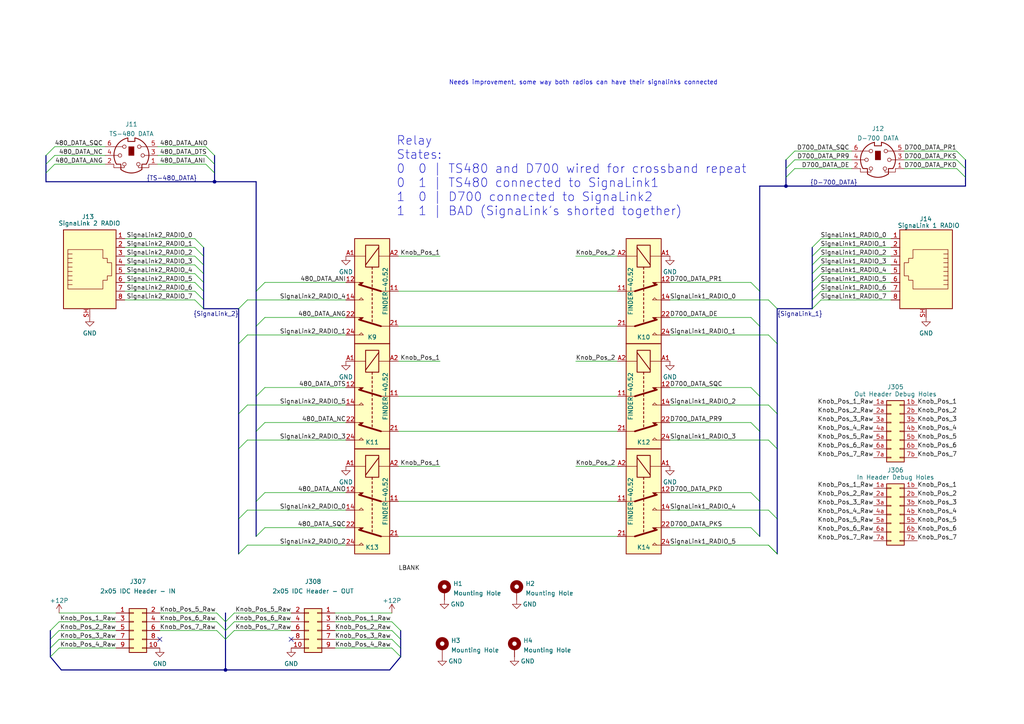
<source format=kicad_sch>
(kicad_sch (version 20211123) (generator eeschema)
  (paper "A4")
  (lib_symbols
    (symbol "Connector:Mini-DIN-6" (pin_names (offset 1.016))
      (property "Reference" "J" (at 0 6.35 0))
      (property "Value" "Mini-DIN-6" (at 0 -6.35 0))
      (symbol "Mini-DIN-6_0_1"
        (circle (center -3.302 0) (radius 0.508))
        (arc (start -3.048 -4.064) (mid 0 -5.08) (end 3.048 -4.064) (stroke (width 0.254)))
        (circle (center -2.032 -2.54) (radius 0.508))
        (circle (center -2.032 2.54) (radius 0.508))
        (arc (start -1.016 5.08) (mid -4.6243 2.1182) (end -4.318 -2.54) (stroke (width 0.254)))
        (rectangle (start -0.762 2.54) (end 0.762 0) (fill (type outline)))
        (polyline (pts (xy -3.81 0) (xy -5.08 0)))
        (polyline (pts (xy -2.54 2.54) (xy -5.08 2.54)))
        (polyline (pts (xy 2.794 2.54) (xy 5.08 2.54)))
        (polyline (pts (xy 5.08 0) (xy 3.81 0)))
        (polyline (pts (xy -4.318 -2.54) (xy -3.048 -2.54) (xy -3.048 -4.064)) (stroke (width 0.254)))
        (polyline (pts (xy 4.318 -2.54) (xy 3.048 -2.54) (xy 3.048 -4.064)) (stroke (width 0.254)))
        (polyline (pts (xy -2.032 -3.048) (xy -2.032 -3.556) (xy -5.08 -3.556) (xy -5.08 -2.54)))
        (polyline (pts (xy -1.016 5.08) (xy -1.016 4.064) (xy 1.016 4.064) (xy 1.016 5.08)) (stroke (width 0.254)))
        (polyline (pts (xy 2.032 -3.048) (xy 2.032 -3.556) (xy 5.08 -3.556) (xy 5.08 -2.54)))
        (circle (center 2.032 -2.54) (radius 0.508))
        (circle (center 2.286 2.54) (radius 0.508))
        (circle (center 3.302 0) (radius 0.508))
        (arc (start 4.318 -2.54) (mid 4.6646 2.1357) (end 1.016 5.08) (stroke (width 0.254)))
      )
      (symbol "Mini-DIN-6_1_1"
        (pin passive line (at 7.62 -2.54 180) (length 2.54) (name "~") (number "1"))
        (pin passive line (at -7.62 -2.54 0) (length 2.54) (name "~") (number "2"))
        (pin passive line (at 7.62 0 180) (length 2.54) (name "~") (number "3"))
        (pin passive line (at -7.62 0 0) (length 2.54) (name "~") (number "4"))
        (pin passive line (at 7.62 2.54 180) (length 2.54) (name "~") (number "5"))
        (pin passive line (at -7.62 2.54 0) (length 2.54) (name "~") (number "6"))
      )
    )
    (symbol "Connector:RJ32_Shielded" (pin_names (offset 1.016))
      (property "Reference" "J11" (at 1.27 14.605 0))
      (property "Value" "SignaLink 2 RADIO" (at 8.89 12.065 0))
      (symbol "RJ32_Shielded_0_1"
        (polyline (pts (xy -5.08 4.445) (xy -6.35 4.445)))
        (polyline (pts (xy -5.08 5.715) (xy -6.35 5.715)))
        (polyline (pts (xy -6.35 -3.175) (xy -5.08 -3.175) (xy -5.08 -3.175)))
        (polyline (pts (xy -6.35 -1.905) (xy -5.08 -1.905) (xy -5.08 -1.905)))
        (polyline (pts (xy -6.35 -0.635) (xy -5.08 -0.635) (xy -5.08 -0.635)))
        (polyline (pts (xy -6.35 0.635) (xy -5.08 0.635) (xy -5.08 0.635)))
        (polyline (pts (xy -6.35 1.905) (xy -5.08 1.905) (xy -5.08 1.905)))
        (polyline (pts (xy -5.08 3.175) (xy -6.35 3.175) (xy -6.35 3.175)))
        (polyline (pts (xy -6.35 -4.445) (xy -6.35 6.985) (xy 3.81 6.985) (xy 3.81 4.445) (xy 5.08 4.445) (xy 5.08 3.175) (xy 6.35 3.175) (xy 6.35 -0.635) (xy 5.08 -0.635) (xy 5.08 -1.905) (xy 3.81 -1.905) (xy 3.81 -4.445) (xy -6.35 -4.445) (xy -6.35 -4.445)))
        (rectangle (start 7.62 12.7) (end -7.62 -10.16) (stroke (width 0.254)) (fill (type background)))
      )
      (symbol "RJ32_Shielded_1_1"
        (pin passive line (at 10.16 -7.62 180) (length 2.54) (name "~") (number "1"))
        (pin passive line (at 10.16 -5.08 180) (length 2.54) (name "~") (number "2"))
        (pin passive line (at 10.16 -2.54 180) (length 2.54) (name "~") (number "3"))
        (pin passive line (at 10.16 0 180) (length 2.54) (name "~") (number "4"))
        (pin passive line (at 10.16 2.54 180) (length 2.54) (name "~") (number "5"))
        (pin passive line (at 10.16 5.08 180) (length 2.54) (name "~") (number "6"))
        (pin passive line (at 10.16 7.62 180) (length 2.54) (name "~") (number "7"))
        (pin passive line (at 10.16 10.16 180) (length 2.54) (name "~") (number "8"))
        (pin passive line (at 0 15.24 270) (length 2.54) (name "~") (number "SH"))
      )
    )
    (symbol "Connector_Generic:Conn_02x05_Odd_Even" (pin_names (offset 1.016) hide)
      (property "Reference" "J" (at 1.27 7.62 0))
      (property "Value" "Conn_02x05_Odd_Even" (at 1.27 -7.62 0))
      (symbol "Conn_02x05_Odd_Even_1_1"
        (rectangle (start -1.27 -4.953) (end 0 -5.207) (stroke (width 0.1524)))
        (rectangle (start -1.27 -2.413) (end 0 -2.667) (stroke (width 0.1524)))
        (rectangle (start -1.27 0.127) (end 0 -0.127) (stroke (width 0.1524)))
        (rectangle (start -1.27 2.667) (end 0 2.413) (stroke (width 0.1524)))
        (rectangle (start -1.27 5.207) (end 0 4.953) (stroke (width 0.1524)))
        (rectangle (start -1.27 6.35) (end 3.81 -6.35) (stroke (width 0.254)) (fill (type background)))
        (rectangle (start 3.81 -4.953) (end 2.54 -5.207) (stroke (width 0.1524)))
        (rectangle (start 3.81 -2.413) (end 2.54 -2.667) (stroke (width 0.1524)))
        (rectangle (start 3.81 0.127) (end 2.54 -0.127) (stroke (width 0.1524)))
        (rectangle (start 3.81 2.667) (end 2.54 2.413) (stroke (width 0.1524)))
        (rectangle (start 3.81 5.207) (end 2.54 4.953) (stroke (width 0.1524)))
        (pin passive line (at -5.08 5.08 0) (length 3.81) (name "Pin_1") (number "1"))
        (pin passive line (at 7.62 -5.08 180) (length 3.81) (name "Pin_10") (number "10"))
        (pin passive line (at 7.62 5.08 180) (length 3.81) (name "Pin_2") (number "2"))
        (pin passive line (at -5.08 2.54 0) (length 3.81) (name "Pin_3") (number "3"))
        (pin passive line (at 7.62 2.54 180) (length 3.81) (name "Pin_4") (number "4"))
        (pin passive line (at -5.08 0 0) (length 3.81) (name "Pin_5") (number "5"))
        (pin passive line (at 7.62 0 180) (length 3.81) (name "Pin_6") (number "6"))
        (pin passive line (at -5.08 -2.54 0) (length 3.81) (name "Pin_7") (number "7"))
        (pin passive line (at 7.62 -2.54 180) (length 3.81) (name "Pin_8") (number "8"))
        (pin passive line (at -5.08 -5.08 0) (length 3.81) (name "Pin_9") (number "9"))
      )
    )
    (symbol "Connector_Generic:Conn_02x07_Row_Letter_Last" (pin_names (offset 1.016) hide)
      (property "Reference" "J" (at 1.27 10.16 0))
      (property "Value" "Conn_02x07_Row_Letter_Last" (at 1.27 -10.16 0))
      (symbol "Conn_02x07_Row_Letter_Last_1_1"
        (rectangle (start -1.27 -7.493) (end 0 -7.747) (stroke (width 0.1524)))
        (rectangle (start -1.27 -4.953) (end 0 -5.207) (stroke (width 0.1524)))
        (rectangle (start -1.27 -2.413) (end 0 -2.667) (stroke (width 0.1524)))
        (rectangle (start -1.27 0.127) (end 0 -0.127) (stroke (width 0.1524)))
        (rectangle (start -1.27 2.667) (end 0 2.413) (stroke (width 0.1524)))
        (rectangle (start -1.27 5.207) (end 0 4.953) (stroke (width 0.1524)))
        (rectangle (start -1.27 7.747) (end 0 7.493) (stroke (width 0.1524)))
        (rectangle (start -1.27 8.89) (end 3.81 -8.89) (stroke (width 0.254)) (fill (type background)))
        (rectangle (start 3.81 -7.493) (end 2.54 -7.747) (stroke (width 0.1524)))
        (rectangle (start 3.81 -4.953) (end 2.54 -5.207) (stroke (width 0.1524)))
        (rectangle (start 3.81 -2.413) (end 2.54 -2.667) (stroke (width 0.1524)))
        (rectangle (start 3.81 0.127) (end 2.54 -0.127) (stroke (width 0.1524)))
        (rectangle (start 3.81 2.667) (end 2.54 2.413) (stroke (width 0.1524)))
        (rectangle (start 3.81 5.207) (end 2.54 4.953) (stroke (width 0.1524)))
        (rectangle (start 3.81 7.747) (end 2.54 7.493) (stroke (width 0.1524)))
        (pin passive line (at -5.08 7.62 0) (length 3.81) (name "Pin_1a") (number "1a"))
        (pin passive line (at 7.62 7.62 180) (length 3.81) (name "Pin_1b") (number "1b"))
        (pin passive line (at -5.08 5.08 0) (length 3.81) (name "Pin_2a") (number "2a"))
        (pin passive line (at 7.62 5.08 180) (length 3.81) (name "Pin_2b") (number "2b"))
        (pin passive line (at -5.08 2.54 0) (length 3.81) (name "Pin_3a") (number "3a"))
        (pin passive line (at 7.62 2.54 180) (length 3.81) (name "Pin_3b") (number "3b"))
        (pin passive line (at -5.08 0 0) (length 3.81) (name "Pin_4a") (number "4a"))
        (pin passive line (at 7.62 0 180) (length 3.81) (name "Pin_4b") (number "4b"))
        (pin passive line (at -5.08 -2.54 0) (length 3.81) (name "Pin_5a") (number "5a"))
        (pin passive line (at 7.62 -2.54 180) (length 3.81) (name "Pin_5b") (number "5b"))
        (pin passive line (at -5.08 -5.08 0) (length 3.81) (name "Pin_6a") (number "6a"))
        (pin passive line (at 7.62 -5.08 180) (length 3.81) (name "Pin_6b") (number "6b"))
        (pin passive line (at -5.08 -7.62 0) (length 3.81) (name "Pin_7a") (number "7a"))
        (pin passive line (at 7.62 -7.62 180) (length 3.81) (name "Pin_7b") (number "7b"))
      )
    )
    (symbol "Mechanical:MountingHole_Pad" (pin_numbers hide) (pin_names (offset 1.016) hide)
      (property "Reference" "H" (at 0 6.35 0))
      (property "Value" "MountingHole_Pad" (at 0 4.445 0))
      (symbol "MountingHole_Pad_0_1"
        (circle (center 0 1.27) (radius 1.27) (stroke (width 1.27)))
      )
      (symbol "MountingHole_Pad_1_1"
        (pin input line (at 0 -2.54 90) (length 2.54) (name "1") (number "1"))
      )
    )
    (symbol "RJ32_Shielded_1" (pin_names (offset 1.016))
      (property "Reference" "J12" (at -1.27 14.605 0))
      (property "Value" "RJ32_Shielded_1" (at -8.89 12.065 0))
      (symbol "RJ32_Shielded_1_0_1"
        (polyline (pts (xy -5.08 4.445) (xy -6.35 4.445)))
        (polyline (pts (xy -5.08 5.715) (xy -6.35 5.715)))
        (polyline (pts (xy -6.35 -3.175) (xy -5.08 -3.175) (xy -5.08 -3.175)))
        (polyline (pts (xy -6.35 -1.905) (xy -5.08 -1.905) (xy -5.08 -1.905)))
        (polyline (pts (xy -6.35 -0.635) (xy -5.08 -0.635) (xy -5.08 -0.635)))
        (polyline (pts (xy -6.35 0.635) (xy -5.08 0.635) (xy -5.08 0.635)))
        (polyline (pts (xy -6.35 1.905) (xy -5.08 1.905) (xy -5.08 1.905)))
        (polyline (pts (xy -5.08 3.175) (xy -6.35 3.175) (xy -6.35 3.175)))
        (polyline (pts (xy -6.35 -4.445) (xy -6.35 6.985) (xy 3.81 6.985) (xy 3.81 4.445) (xy 5.08 4.445) (xy 5.08 3.175) (xy 6.35 3.175) (xy 6.35 -0.635) (xy 5.08 -0.635) (xy 5.08 -1.905) (xy 3.81 -1.905) (xy 3.81 -4.445) (xy -6.35 -4.445) (xy -6.35 -4.445)))
        (rectangle (start 7.62 12.7) (end -7.62 -10.16) (stroke (width 0.254)) (fill (type background)))
      )
      (symbol "RJ32_Shielded_1_1_1"
        (pin passive line (at 10.16 -7.62 180) (length 2.54) (name "~") (number "1"))
        (pin passive line (at 10.16 -5.08 180) (length 2.54) (name "~") (number "2"))
        (pin passive line (at 10.16 -2.54 180) (length 2.54) (name "~") (number "3"))
        (pin passive line (at 10.16 0 180) (length 2.54) (name "~") (number "4"))
        (pin passive line (at 10.16 2.54 180) (length 2.54) (name "~") (number "5"))
        (pin passive line (at 10.16 5.08 180) (length 2.54) (name "~") (number "6"))
        (pin passive line (at 10.16 7.62 180) (length 2.54) (name "~") (number "7"))
        (pin passive line (at 10.16 10.16 180) (length 2.54) (name "~") (number "8"))
        (pin passive line (at 0 15.24 270) (length 2.54) (name "~") (number "SH"))
      )
    )
    (symbol "Relay:FINDER-40.52"
      (property "Reference" "K" (at 16.51 3.81 0))
      (property "Value" "FINDER-40.52" (at 16.51 1.27 0))
      (symbol "FINDER-40.52_0_1"
        (rectangle (start -15.24 5.08) (end 15.24 -5.08) (stroke (width 0.254)) (fill (type background)))
        (rectangle (start -13.335 1.905) (end -6.985 -1.905) (stroke (width 0.254)))
        (polyline (pts (xy -12.7 -1.905) (xy -7.62 1.905)) (stroke (width 0.254)))
        (polyline (pts (xy -10.16 -5.08) (xy -10.16 -1.905)))
        (polyline (pts (xy -10.16 5.08) (xy -10.16 1.905)))
        (polyline (pts (xy -6.985 0) (xy -6.35 0)) (stroke (width 0.254)))
        (polyline (pts (xy -5.715 0) (xy -5.08 0)) (stroke (width 0.254)))
        (polyline (pts (xy -4.445 0) (xy -3.81 0)) (stroke (width 0.254)))
        (polyline (pts (xy -3.175 0) (xy -2.54 0)) (stroke (width 0.254)))
        (polyline (pts (xy -1.905 0) (xy -1.27 0)) (stroke (width 0.254)))
        (polyline (pts (xy -0.635 0) (xy 0 0)) (stroke (width 0.254)))
        (polyline (pts (xy 0 -2.54) (xy -1.905 3.81)) (stroke (width 0.508)))
        (polyline (pts (xy 0 -2.54) (xy 0 -5.08)))
        (polyline (pts (xy 0.635 0) (xy 1.27 0)) (stroke (width 0.254)))
        (polyline (pts (xy 1.905 0) (xy 2.54 0)) (stroke (width 0.254)))
        (polyline (pts (xy 3.175 0) (xy 3.81 0)) (stroke (width 0.254)))
        (polyline (pts (xy 4.445 0) (xy 5.08 0)) (stroke (width 0.254)))
        (polyline (pts (xy 5.715 0) (xy 6.35 0)) (stroke (width 0.254)))
        (polyline (pts (xy 6.985 0) (xy 7.62 0)) (stroke (width 0.254)))
        (polyline (pts (xy 8.255 0) (xy 8.89 0)) (stroke (width 0.254)))
        (polyline (pts (xy 10.16 -2.54) (xy 8.255 3.81)) (stroke (width 0.508)))
        (polyline (pts (xy 10.16 -2.54) (xy 10.16 -5.08)))
        (polyline (pts (xy -2.54 5.08) (xy -2.54 2.54) (xy -1.905 3.175) (xy -2.54 3.81)) (fill (type outline)))
        (polyline (pts (xy 2.54 5.08) (xy 2.54 2.54) (xy 1.905 3.175) (xy 2.54 3.81)))
        (polyline (pts (xy 7.62 5.08) (xy 7.62 2.54) (xy 8.255 3.175) (xy 7.62 3.81)) (fill (type outline)))
        (polyline (pts (xy 12.7 5.08) (xy 12.7 2.54) (xy 12.065 3.175) (xy 12.7 3.81)))
      )
      (symbol "FINDER-40.52_1_1"
        (pin passive line (at 0 -7.62 90) (length 2.54) (name "~") (number "11"))
        (pin passive line (at -2.54 7.62 270) (length 2.54) (name "~") (number "12"))
        (pin passive line (at 2.54 7.62 270) (length 2.54) (name "~") (number "14"))
        (pin passive line (at 10.16 -7.62 90) (length 2.54) (name "~") (number "21"))
        (pin passive line (at 7.62 7.62 270) (length 2.54) (name "~") (number "22"))
        (pin passive line (at 12.7 7.62 270) (length 2.54) (name "~") (number "24"))
        (pin passive line (at -10.16 7.62 270) (length 2.54) (name "~") (number "A1"))
        (pin passive line (at -10.16 -7.62 90) (length 2.54) (name "~") (number "A2"))
      )
    )
    (symbol "power:+12P" (power) (pin_names (offset 0))
      (property "Value" "+12P" (at 0 3.556 0))
      (symbol "+12P_0_1"
        (polyline (pts (xy -0.762 1.27) (xy 0 2.54)))
        (polyline (pts (xy 0 0) (xy 0 2.54)))
        (polyline (pts (xy 0 2.54) (xy 0.762 1.27)))
      )
      (symbol "+12P_1_1"
        (pin power_in line (at 0 0 90) (length 0) hide (name "+12P") (number "1"))
      )
    )
    (symbol "power:GND" (power) (pin_names (offset 0))
      (property "Value" "GND" (at 0 -3.81 0))
      (symbol "GND_0_1"
        (polyline (pts (xy 0 0) (xy 0 -1.27) (xy 1.27 -1.27) (xy 0 -2.54) (xy -1.27 -1.27) (xy 0 -1.27)))
      )
      (symbol "GND_1_1"
        (pin power_in line (at 0 0 270) (length 0) hide (name "GND") (number "1"))
      )
    )
  )
  (bus_alias "D-700_DATA" (members "DATA_PKD" "DATA_DE" "DATA_PKS" "DATA_PR9" "DATA_PR1" "DATA_SQC"))
  (bus_alias "SignaLink_2" (members "RADIO_0" "RADIO_1" "RADIO_2" "RADIO_3" "RADIO_4" "RADIO_5" "RADIO_6" "RADIO_7"))
  (bus_alias "TS-480_DATA" (members "DATA_PKD" "DATA_DE" "DATA_PKS" "DATA_PR9" "DATA_PR1" "DATA_SQC"))
  (bus_alias "SignaLink_1" (members "RADIO_0" "RADIO_1" "RADIO_2" "RADIO_3" "RADIO_4" "RADIO_5" "RADIO_6" "RADIO_7"))
  (junction (at 65.405 194.31))
  (junction (at 227.965 53.975))
  (junction (at 62.23 52.705))
  (no_connect (at 46.355 185.42))
  (no_connect (at 84.455 185.42))
  (bus_entry (at 59.69 45.085) (size 2.54 2.54))
  (bus_entry (at 238.125 76.835) (size -2.54 2.54))
  (bus_entry (at 238.125 84.455) (size -2.54 2.54))
  (bus_entry (at 225.425 160.655) (size -2.54 -2.54))
  (bus_entry (at 74.295 84.455) (size 2.54 -2.54))
  (bus_entry (at 277.495 48.895) (size 2.54 2.54))
  (bus_entry (at 230.505 48.895) (size -2.54 2.54))
  (bus_entry (at 220.345 155.575) (size -2.54 -2.54))
  (bus_entry (at 59.69 47.625) (size 2.54 2.54))
  (bus_entry (at 69.215 89.535) (size 2.54 -2.54))
  (bus_entry (at 17.145 180.34) (size -2.54 2.54))
  (bus_entry (at 225.425 160.655) (size -2.54 -2.54))
  (bus_entry (at 220.345 145.415) (size -2.54 -2.54))
  (bus_entry (at 230.505 43.815) (size -2.54 2.54))
  (bus_entry (at 56.515 79.375) (size 2.54 2.54))
  (bus_entry (at 17.145 182.88) (size -2.54 2.54))
  (bus_entry (at 69.215 120.015) (size 2.54 -2.54))
  (bus_entry (at 113.665 185.42) (size 2.54 2.54))
  (bus_entry (at 277.495 43.815) (size 2.54 2.54))
  (bus_entry (at 220.345 84.455) (size -2.54 -2.54))
  (bus_entry (at 230.505 46.355) (size -2.54 2.54))
  (bus_entry (at 238.125 81.915) (size -2.54 2.54))
  (bus_entry (at 74.295 155.575) (size 2.54 -2.54))
  (bus_entry (at 62.865 180.34) (size 2.54 2.54))
  (bus_entry (at 225.425 150.495) (size -2.54 -2.54))
  (bus_entry (at 277.495 46.355) (size 2.54 2.54))
  (bus_entry (at 225.425 120.015) (size -2.54 -2.54))
  (bus_entry (at 17.145 185.42) (size -2.54 2.54))
  (bus_entry (at 15.875 47.625) (size -2.54 2.54))
  (bus_entry (at 69.215 99.695) (size 2.54 -2.54))
  (bus_entry (at 67.945 182.88) (size -2.54 2.54))
  (bus_entry (at 56.515 71.755) (size 2.54 2.54))
  (bus_entry (at 225.425 89.535) (size -2.54 -2.54))
  (bus_entry (at 59.69 42.545) (size 2.54 2.54))
  (bus_entry (at 113.665 180.34) (size 2.54 2.54))
  (bus_entry (at 62.865 182.88) (size 2.54 2.54))
  (bus_entry (at 56.515 84.455) (size 2.54 2.54))
  (bus_entry (at 69.215 150.495) (size 2.54 -2.54))
  (bus_entry (at 56.515 86.995) (size 2.54 2.54))
  (bus_entry (at 225.425 99.695) (size -2.54 -2.54))
  (bus_entry (at 225.425 130.175) (size -2.54 -2.54))
  (bus_entry (at 74.295 125.095) (size 2.54 -2.54))
  (bus_entry (at 15.875 45.085) (size -2.54 2.54))
  (bus_entry (at 67.945 177.8) (size -2.54 2.54))
  (bus_entry (at 238.125 71.755) (size -2.54 2.54))
  (bus_entry (at 220.345 125.095) (size -2.54 -2.54))
  (bus_entry (at 74.295 114.935) (size 2.54 -2.54))
  (bus_entry (at 74.295 94.615) (size 2.54 -2.54))
  (bus_entry (at 220.345 114.935) (size -2.54 -2.54))
  (bus_entry (at 69.215 130.175) (size 2.54 -2.54))
  (bus_entry (at 238.125 69.215) (size -2.54 2.54))
  (bus_entry (at 62.865 177.8) (size 2.54 2.54))
  (bus_entry (at 56.515 69.215) (size 2.54 2.54))
  (bus_entry (at 238.125 86.995) (size -2.54 2.54))
  (bus_entry (at 67.945 180.34) (size -2.54 2.54))
  (bus_entry (at 15.875 42.545) (size -2.54 2.54))
  (bus_entry (at 69.215 160.655) (size 2.54 -2.54))
  (bus_entry (at 220.345 94.615) (size -2.54 -2.54))
  (bus_entry (at 56.515 74.295) (size 2.54 2.54))
  (bus_entry (at 56.515 76.835) (size 2.54 2.54))
  (bus_entry (at 113.665 182.88) (size 2.54 2.54))
  (bus_entry (at 74.295 145.415) (size 2.54 -2.54))
  (bus_entry (at 238.125 79.375) (size -2.54 2.54))
  (bus_entry (at 238.125 74.295) (size -2.54 2.54))
  (bus_entry (at 113.665 187.96) (size 2.54 2.54))
  (bus_entry (at 56.515 81.915) (size 2.54 2.54))
  (bus_entry (at 17.145 187.96) (size -2.54 2.54))
  (wire (pts (xy 62.865 180.34) (xy 46.355 180.34)))
  (bus (pts (xy 13.335 52.705) (xy 62.23 52.705)))
  (wire (pts (xy 17.145 182.88) (xy 33.655 182.88)))
  (wire (pts (xy 179.07 135.255) (xy 167.005 135.255)))
  (bus (pts (xy 220.345 53.975) (xy 227.965 53.975)))
  (wire (pts (xy 36.195 71.755) (xy 56.515 71.755)))
  (wire (pts (xy 115.57 74.295) (xy 127.635 74.295)))
  (bus (pts (xy 225.425 89.535) (xy 225.425 99.695)))
  (bus (pts (xy 220.345 53.975) (xy 220.345 84.455)))
  (bus (pts (xy 227.965 51.435) (xy 227.965 53.975)))
  (bus (pts (xy 280.035 53.975) (xy 280.035 51.435)))
  (bus (pts (xy 62.23 52.705) (xy 74.295 52.705)))
  (wire (pts (xy 115.57 114.935) (xy 179.07 114.935)))
  (wire (pts (xy 115.57 135.255) (xy 127.635 135.255)))
  (bus (pts (xy 235.585 76.835) (xy 235.585 79.375)))
  (wire (pts (xy 45.72 42.545) (xy 59.69 42.545)))
  (wire (pts (xy 115.57 104.775) (xy 127.635 104.775)))
  (bus (pts (xy 116.205 185.42) (xy 116.205 182.88)))
  (bus (pts (xy 69.215 160.655) (xy 69.215 150.495)))
  (wire (pts (xy 113.665 177.8) (xy 97.155 177.8)))
  (bus (pts (xy 59.055 84.455) (xy 59.055 86.995)))
  (bus (pts (xy 113.03 194.31) (xy 65.405 194.31)))
  (bus (pts (xy 65.405 182.88) (xy 65.405 180.34)))
  (wire (pts (xy 262.255 46.355) (xy 277.495 46.355)))
  (wire (pts (xy 76.835 81.915) (xy 100.33 81.915)))
  (wire (pts (xy 194.31 97.155) (xy 222.885 97.155)))
  (wire (pts (xy 17.145 180.34) (xy 33.655 180.34)))
  (bus (pts (xy 74.295 125.095) (xy 74.295 145.415)))
  (wire (pts (xy 179.07 74.295) (xy 167.005 74.295)))
  (wire (pts (xy 76.835 112.395) (xy 100.33 112.395)))
  (bus (pts (xy 65.405 180.34) (xy 65.405 177.8)))
  (wire (pts (xy 194.31 122.555) (xy 217.805 122.555)))
  (bus (pts (xy 280.035 48.895) (xy 280.035 51.435)))
  (wire (pts (xy 238.125 79.375) (xy 258.445 79.375)))
  (bus (pts (xy 59.055 74.295) (xy 59.055 76.835)))
  (bus (pts (xy 65.405 185.42) (xy 65.405 182.88)))
  (bus (pts (xy 227.965 48.895) (xy 227.965 51.435)))
  (wire (pts (xy 115.57 84.455) (xy 179.07 84.455)))
  (bus (pts (xy 225.425 89.535) (xy 235.585 89.535)))
  (bus (pts (xy 113.03 194.31) (xy 116.205 190.5)))
  (wire (pts (xy 194.31 117.475) (xy 222.885 117.475)))
  (bus (pts (xy 235.585 84.455) (xy 235.585 86.995)))
  (wire (pts (xy 76.835 153.035) (xy 100.33 153.035)))
  (wire (pts (xy 36.195 76.835) (xy 56.515 76.835)))
  (wire (pts (xy 17.145 187.96) (xy 33.655 187.96)))
  (wire (pts (xy 194.31 92.075) (xy 217.805 92.075)))
  (bus (pts (xy 220.345 125.095) (xy 220.345 114.935)))
  (wire (pts (xy 238.125 86.995) (xy 258.445 86.995)))
  (wire (pts (xy 71.755 97.155) (xy 100.33 97.155)))
  (wire (pts (xy 62.865 182.88) (xy 46.355 182.88)))
  (bus (pts (xy 17.78 194.31) (xy 14.605 190.5)))
  (wire (pts (xy 262.255 48.895) (xy 277.495 48.895)))
  (bus (pts (xy 14.605 187.96) (xy 14.605 185.42)))
  (bus (pts (xy 235.585 86.995) (xy 235.585 89.535)))
  (wire (pts (xy 194.31 127.635) (xy 222.885 127.635)))
  (wire (pts (xy 45.72 47.625) (xy 59.69 47.625)))
  (wire (pts (xy 115.57 145.415) (xy 179.07 145.415)))
  (wire (pts (xy 17.145 177.8) (xy 33.655 177.8)))
  (bus (pts (xy 220.345 155.575) (xy 220.345 145.415)))
  (bus (pts (xy 225.425 130.175) (xy 225.425 120.015)))
  (wire (pts (xy 45.72 45.085) (xy 59.69 45.085)))
  (bus (pts (xy 62.23 45.085) (xy 62.23 47.625)))
  (wire (pts (xy 230.505 48.895) (xy 247.015 48.895)))
  (wire (pts (xy 238.125 84.455) (xy 258.445 84.455)))
  (bus (pts (xy 59.055 81.915) (xy 59.055 84.455)))
  (bus (pts (xy 227.965 46.355) (xy 227.965 48.895)))
  (wire (pts (xy 67.945 177.8) (xy 84.455 177.8)))
  (wire (pts (xy 71.755 127.635) (xy 100.33 127.635)))
  (bus (pts (xy 220.345 94.615) (xy 220.345 84.455)))
  (wire (pts (xy 194.31 142.875) (xy 217.805 142.875)))
  (bus (pts (xy 227.965 53.975) (xy 280.035 53.975)))
  (bus (pts (xy 69.215 130.175) (xy 69.215 120.015)))
  (bus (pts (xy 235.585 74.295) (xy 235.585 76.835)))
  (bus (pts (xy 69.215 89.535) (xy 69.215 99.695)))
  (wire (pts (xy 15.875 42.545) (xy 30.48 42.545)))
  (bus (pts (xy 74.295 125.095) (xy 74.295 114.935)))
  (wire (pts (xy 113.665 185.42) (xy 97.155 185.42)))
  (wire (pts (xy 230.505 43.815) (xy 247.015 43.815)))
  (wire (pts (xy 76.835 142.875) (xy 100.33 142.875)))
  (wire (pts (xy 71.755 86.995) (xy 100.33 86.995)))
  (wire (pts (xy 113.665 180.34) (xy 97.155 180.34)))
  (bus (pts (xy 220.345 125.095) (xy 220.345 145.415)))
  (wire (pts (xy 238.125 74.295) (xy 258.445 74.295)))
  (bus (pts (xy 116.205 190.5) (xy 116.205 187.96)))
  (wire (pts (xy 15.875 47.625) (xy 30.48 47.625)))
  (wire (pts (xy 194.31 81.915) (xy 217.805 81.915)))
  (wire (pts (xy 36.195 69.215) (xy 56.515 69.215)))
  (bus (pts (xy 13.335 47.625) (xy 13.335 50.165)))
  (bus (pts (xy 235.585 79.375) (xy 235.585 81.915)))
  (bus (pts (xy 14.605 185.42) (xy 14.605 182.88)))
  (wire (pts (xy 194.31 86.995) (xy 222.885 86.995)))
  (wire (pts (xy 238.125 69.215) (xy 258.445 69.215)))
  (wire (pts (xy 230.505 46.355) (xy 247.015 46.355)))
  (wire (pts (xy 179.07 104.775) (xy 167.005 104.775)))
  (bus (pts (xy 62.23 50.165) (xy 62.23 52.705)))
  (bus (pts (xy 59.055 89.535) (xy 69.215 89.535)))
  (wire (pts (xy 115.57 125.095) (xy 179.07 125.095)))
  (bus (pts (xy 13.335 50.165) (xy 13.335 52.705)))
  (wire (pts (xy 238.125 81.915) (xy 258.445 81.915)))
  (bus (pts (xy 14.605 190.5) (xy 14.605 187.96)))
  (bus (pts (xy 235.585 81.915) (xy 235.585 84.455)))
  (bus (pts (xy 225.425 99.695) (xy 225.425 120.015)))
  (wire (pts (xy 36.195 74.295) (xy 56.515 74.295)))
  (wire (pts (xy 67.945 180.34) (xy 84.455 180.34)))
  (bus (pts (xy 235.585 71.755) (xy 235.585 74.295)))
  (wire (pts (xy 76.835 122.555) (xy 100.33 122.555)))
  (bus (pts (xy 225.425 130.175) (xy 225.425 150.495)))
  (wire (pts (xy 15.875 45.085) (xy 30.48 45.085)))
  (bus (pts (xy 17.78 194.31) (xy 65.405 194.31)))
  (wire (pts (xy 36.195 81.915) (xy 56.515 81.915)))
  (bus (pts (xy 59.055 86.995) (xy 59.055 89.535)))
  (wire (pts (xy 36.195 84.455) (xy 56.515 84.455)))
  (wire (pts (xy 115.57 94.615) (xy 179.07 94.615)))
  (wire (pts (xy 194.31 112.395) (xy 217.805 112.395)))
  (wire (pts (xy 71.755 147.955) (xy 100.33 147.955)))
  (bus (pts (xy 225.425 160.655) (xy 225.425 150.495)))
  (bus (pts (xy 69.215 130.175) (xy 69.215 150.495)))
  (bus (pts (xy 62.23 47.625) (xy 62.23 50.165)))
  (bus (pts (xy 74.295 94.615) (xy 74.295 114.935)))
  (bus (pts (xy 59.055 79.375) (xy 59.055 81.915)))
  (wire (pts (xy 71.755 158.115) (xy 100.33 158.115)))
  (bus (pts (xy 13.335 45.085) (xy 13.335 47.625)))
  (bus (pts (xy 116.205 187.96) (xy 116.205 185.42)))
  (bus (pts (xy 74.295 145.415) (xy 74.295 155.575)))
  (wire (pts (xy 113.665 187.96) (xy 97.155 187.96)))
  (wire (pts (xy 62.865 177.8) (xy 46.355 177.8)))
  (bus (pts (xy 280.035 46.355) (xy 280.035 48.895)))
  (wire (pts (xy 194.31 147.955) (xy 222.885 147.955)))
  (wire (pts (xy 36.195 79.375) (xy 56.515 79.375)))
  (bus (pts (xy 74.295 52.705) (xy 74.295 84.455)))
  (wire (pts (xy 238.125 71.755) (xy 258.445 71.755)))
  (bus (pts (xy 59.055 71.755) (xy 59.055 74.295)))
  (bus (pts (xy 220.345 94.615) (xy 220.345 114.935)))
  (bus (pts (xy 69.215 99.695) (xy 69.215 120.015)))
  (wire (pts (xy 71.755 117.475) (xy 100.33 117.475)))
  (wire (pts (xy 36.195 86.995) (xy 56.515 86.995)))
  (wire (pts (xy 67.945 182.88) (xy 84.455 182.88)))
  (wire (pts (xy 76.835 92.075) (xy 100.33 92.075)))
  (wire (pts (xy 17.145 185.42) (xy 33.655 185.42)))
  (wire (pts (xy 194.31 153.035) (xy 217.805 153.035)))
  (wire (pts (xy 115.57 155.575) (xy 179.07 155.575)))
  (wire (pts (xy 194.31 158.115) (xy 222.885 158.115)))
  (bus (pts (xy 65.405 185.42) (xy 65.405 194.31)))
  (wire (pts (xy 113.665 182.88) (xy 97.155 182.88)))
  (wire (pts (xy 238.125 76.835) (xy 258.445 76.835)))
  (bus (pts (xy 59.055 76.835) (xy 59.055 79.375)))
  (wire (pts (xy 262.255 43.815) (xy 277.495 43.815)))
  (bus (pts (xy 74.295 94.615) (xy 74.295 84.455)))
  (text "Relay\nStates:\n0  0 | TS480 and D700 wired for crossband repeat\n0  1 | TS480 connected to SignaLink1\n1  0 | D700 connected to SignaLink2\n1  1 | BAD (SignaLink's shorted together)" (at 114.935 62.865 0) (effects (font (size 2.54 2.54)) (justify left bottom)))
  (text "Needs improvement, some way both radios can have their signalinks connected" (at 130.175 24.765 0) (effects (font (size 1.27 1.27)) (justify left bottom)))
  (label "Knob_Pos_5_Raw" (at 84.455 177.8 180))
  (label "D700_DATA_PR9" (at 194.31 122.555 0))
  (label "D700_DATA_SQC" (at 194.31 112.395 0))
  (label "Knob_Pos_3" (at 266.065 122.555 0))
  (label "Knob_Pos_1" (at 266.065 141.605 0))
  (label "480_DATA_DTS" (at 100.33 112.395 180))
  (label "SignaLink2_RADIO_4" (at 55.88 79.375 180))
  (label "Knob_Pos_4_Raw" (at 33.655 187.96 180))
  (label "Knob_Pos_7_Raw" (at 84.455 182.88 180))
  (label "SignaLink1_RADIO_7" (at 257.175 86.995 180))
  (label "SignaLink2_RADIO_2" (at 55.88 74.295 180))
  (label "Knob_Pos_2" (at 167.005 135.255 0))
  (label "Knob_Pos_3_Raw" (at 97.155 185.42 0))
  (label "480_DATA_ANO" (at 46.355 42.545 0))
  (label "SignaLink2_RADIO_7" (at 55.88 86.995 180))
  (label "Knob_Pos_2_Raw" (at 97.155 182.88 0))
  (label "SignaLink1_RADIO_1" (at 194.31 97.155 0))
  (label "Knob_Pos_5" (at 266.065 127.635 0))
  (label "SignaLink2_RADIO_1" (at 100.33 97.155 180))
  (label "SignaLink2_RADIO_3" (at 100.33 127.635 180))
  (label "SignaLink1_RADIO_5" (at 257.175 81.915 180))
  (label "D700_DATA_PKD" (at 262.255 48.895 0))
  (label "Knob_Pos_1" (at 127.635 135.255 180))
  (label "Knob_Pos_2_Raw" (at 253.365 144.145 180))
  (label "Knob_Pos_1" (at 127.635 104.775 180))
  (label "Knob_Pos_4_Raw" (at 253.365 149.225 180))
  (label "480_DATA_ANI" (at 100.33 81.915 180))
  (label "SignaLink2_RADIO_3" (at 55.88 76.835 180))
  (label "Knob_Pos_7_Raw" (at 46.355 182.88 0))
  (label "Knob_Pos_5_Raw" (at 253.365 127.635 180))
  (label "{SignaLink_1}" (at 225.425 92.075 0))
  (label "SignaLink1_RADIO_2" (at 257.175 74.295 180))
  (label "Knob_Pos_3_Raw" (at 33.655 185.42 180))
  (label "SignaLink2_RADIO_2" (at 100.33 158.115 180))
  (label "SignaLink1_RADIO_6" (at 257.175 84.455 180))
  (label "{SignaLink_2}" (at 69.215 92.075 180))
  (label "SignaLink2_RADIO_5" (at 100.33 117.475 180))
  (label "Knob_Pos_1_Raw" (at 253.365 117.475 180))
  (label "{TS-480_DATA}" (at 57.15 52.705 180))
  (label "Knob_Pos_7_Raw" (at 253.365 132.715 180))
  (label "D700_DATA_PR1" (at 194.31 81.915 0))
  (label "Knob_Pos_7" (at 266.065 156.845 0))
  (label "SignaLink2_RADIO_0" (at 55.88 69.215 180))
  (label "Knob_Pos_2_Raw" (at 253.365 120.015 180))
  (label "SignaLink1_RADIO_3" (at 257.175 76.835 180))
  (label "Knob_Pos_5_Raw" (at 253.365 151.765 180))
  (label "Knob_Pos_6_Raw" (at 46.355 180.34 0))
  (label "SignaLink2_RADIO_5" (at 55.88 81.915 180))
  (label "Knob_Pos_4_Raw" (at 253.365 125.095 180))
  (label "480_DATA_ANO" (at 100.33 142.875 180))
  (label "Knob_Pos_6_Raw" (at 253.365 154.305 180))
  (label "Knob_Pos_4" (at 266.065 149.225 0))
  (label "Knob_Pos_2_Raw" (at 33.655 182.88 180))
  (label "D700_DATA_DE" (at 194.31 92.075 0))
  (label "{D-700_DATA}" (at 234.95 53.975 0))
  (label "SignaLink1_RADIO_4" (at 257.175 79.375 180))
  (label "Knob_Pos_7_Raw" (at 253.365 156.845 180))
  (label "D700_DATA_SQC" (at 246.38 43.815 180))
  (label "Knob_Pos_2" (at 167.005 104.775 0))
  (label "D700_DATA_PKD" (at 194.31 142.875 0))
  (label "D700_DATA_DE" (at 246.38 48.895 180))
  (label "Knob_Pos_2" (at 266.065 144.145 0))
  (label "Knob_Pos_4" (at 266.065 125.095 0))
  (label "Knob_Pos_1" (at 127.635 74.295 180))
  (label "Knob_Pos_3_Raw" (at 253.365 146.685 180))
  (label "SignaLink1_RADIO_3" (at 194.31 127.635 0))
  (label "480_DATA_SQC" (at 29.845 42.545 180))
  (label "480_DATA_NC" (at 29.845 45.085 180))
  (label "SignaLink1_RADIO_2" (at 194.31 117.475 0))
  (label "Knob_Pos_6" (at 266.065 130.175 0))
  (label "Knob_Pos_6_Raw" (at 84.455 180.34 180))
  (label "SignaLink2_RADIO_6" (at 55.88 84.455 180))
  (label "Knob_Pos_2" (at 167.005 74.295 0))
  (label "Knob_Pos_3_Raw" (at 253.365 122.555 180))
  (label "Knob_Pos_6" (at 266.065 154.305 0))
  (label "D700_DATA_PR1" (at 262.255 43.815 0))
  (label "SignaLink1_RADIO_1" (at 257.175 71.755 180))
  (label "SignaLink1_RADIO_0" (at 257.175 69.215 180))
  (label "Knob_Pos_7" (at 266.065 132.715 0))
  (label "Knob_Pos_1" (at 266.065 117.475 0))
  (label "D700_DATA_PR9" (at 246.38 46.355 180))
  (label "480_DATA_ANI" (at 46.355 47.625 0))
  (label "Knob_Pos_6_Raw" (at 253.365 130.175 180))
  (label "480_DATA_NC" (at 100.33 122.555 180))
  (label "Knob_Pos_5_Raw" (at 46.355 177.8 0))
  (label "480_DATA_ANG" (at 100.33 92.075 180))
  (label "480_DATA_DTS" (at 46.355 45.085 0))
  (label "Knob_Pos_5" (at 266.065 151.765 0))
  (label "D700_DATA_PKS" (at 194.31 153.035 0))
  (label "SignaLink2_RADIO_1" (at 55.88 71.755 180))
  (label "SignaLink1_RADIO_0" (at 194.31 86.995 0))
  (label "Knob_Pos_3" (at 266.065 146.685 0))
  (label "SignaLink2_RADIO_4" (at 100.33 86.995 180))
  (label "Knob_Pos_1_Raw" (at 253.365 141.605 180))
  (label "SignaLink2_RADIO_0" (at 100.33 147.955 180))
  (label "D700_DATA_PKS" (at 262.255 46.355 0))
  (label "Knob_Pos_1_Raw" (at 97.155 180.34 0))
  (label "480_DATA_SQC" (at 100.33 153.035 180))
  (label "SignaLink1_RADIO_4" (at 194.31 147.955 0))
  (label "Knob_Pos_4_Raw" (at 97.155 187.96 0))
  (label "480_DATA_ANG" (at 29.845 47.625 180))
  (label "Knob_Pos_1_Raw" (at 33.655 180.34 180))
  (label "LBANK" (at 115.57 165.735 0))
  (label "Knob_Pos_2" (at 266.065 120.015 0))
  (label "SignaLink1_RADIO_5" (at 194.31 158.115 0))
  (symbol (lib_id "power:GND") (at 194.31 104.775 0) (unit 1)
    (property "Reference" "#PWR0306" (effects hide))
    (property "Value" "GND" (at 194.31 109.3375 0))
  )
  (symbol (lib_name "RJ32_Shielded_1") (lib_id "Connector:RJ32_Shielded") (at 268.605 76.835 180) (unit 1)
    (property "Reference" "J14" (at 266.7 63.5 0) (effects (justify right)))
    (property "Value" "SignaLink 1 RADIO" (at 260.35 65.405 0) (effects (justify right)))
    (property "Footprint" "libraries:Mystery_RJ45" (effects hide))
  )
  (symbol (lib_id "power:GND") (at 194.31 74.295 0) (unit 1)
    (property "Reference" "#PWR0302" (effects hide))
    (property "Value" "GND" (at 194.31 78.8575 0))
  )
  (symbol (lib_id "power:GND") (at 100.33 135.255 0) (unit 1)
    (property "Reference" "#PWR0307" (effects hide))
    (property "Value" "GND" (at 100.33 139.8175 0))
  )
  (symbol (lib_id "power:GND") (at 100.33 104.775 0) (unit 1)
    (property "Reference" "#PWR0305" (effects hide))
    (property "Value" "GND" (at 100.33 109.3375 0))
  )
  (symbol (lib_id "Connector_Generic:Conn_02x05_Odd_Even") (at 38.735 182.88 0) (unit 1)
    (property "Reference" "J307" (at 40.005 168.6749 0))
    (property "Value" "2x05 IDC Header - IN" (at 40.005 171.45 0))
    (property "Footprint" "Connector_IDC:IDC-Header_2x05_P2.54mm_Vertical" (effects hide))
  )
  (symbol (lib_id "Mechanical:MountingHole_Pad") (at 128.27 187.96 0) (unit 1)
    (property "Reference" "H3" (at 130.81 185.7815 0) (effects (justify left)))
    (property "Value" "Mounting Hole" (at 130.81 188.5566 0) (effects (justify left)))
  )
  (symbol (lib_id "power:GND") (at 84.455 187.96 0) (mirror y) (unit 1)
    (property "Reference" "#PWR0314" (effects hide))
    (property "Value" "GND" (at 84.455 192.5225 0))
  )
  (symbol (lib_id "Connector:Mini-DIN-6") (at 38.1 45.085 0) (unit 1)
    (property "Reference" "J11" (at 38.1177 36.0385 0))
    (property "Value" "TS-480 DATA" (at 38.1177 38.8136 0))
    (property "Footprint" "libraries:Connector_Mini-DIN_Female_6Pin_2rows" (effects hide))
    (property "Datasheet" "http://service.powerdynamics.com/ec/Catalog17/Section%2011.pdf" (effects hide))
  )
  (symbol (lib_id "Relay:FINDER-40.52") (at 186.69 114.935 270) (unit 1)
    (property "Reference" "K12" (at 186.69 128.27 90))
    (property "Value" "FINDER-40.52" (at 182.88 114.935 0))
    (property "Footprint" "Relay_THT:Relay_DPDT_Finder_30.22" (effects hide))
    (property "Datasheet" "http://gfinder.findernet.com/assets/Series/353/S40EN.pdf" (effects hide))
  )
  (symbol (lib_id "Connector_Generic:Conn_02x07_Row_Letter_Last") (at 258.445 149.225 0) (unit 1)
    (property "Reference" "J306" (at 259.715 136.3685 0))
    (property "Value" "In Header Debug Holes" (at 259.715 138.43 0))
    (property "Footprint" "Connector_PinHeader_2.54mm:PinHeader_2x07_P2.54mm_Vertical" (effects hide))
  )
  (symbol (lib_id "Relay:FINDER-40.52") (at 107.95 145.415 90) (mirror x) (unit 1)
    (property "Reference" "K13" (at 107.95 158.75 90))
    (property "Value" "FINDER-40.52" (at 111.76 145.415 0))
    (property "Footprint" "Relay_THT:Relay_DPDT_Finder_30.22" (effects hide))
    (property "Datasheet" "http://gfinder.findernet.com/assets/Series/353/S40EN.pdf" (effects hide))
  )
  (symbol (lib_id "Connector:Mini-DIN-6") (at 254.635 46.355 0) (unit 1)
    (property "Reference" "J12" (at 254.6527 37.3085 0))
    (property "Value" "D-700 DATA" (at 254.6527 40.0836 0))
    (property "Footprint" "libraries:Connector_Mini-DIN_Female_6Pin_2rows" (effects hide))
    (property "Datasheet" "http://service.powerdynamics.com/ec/Catalog17/Section%2011.pdf" (effects hide))
  )
  (symbol (lib_id "power:GND") (at 46.355 187.96 0) (unit 1)
    (property "Reference" "#PWR0313" (effects hide))
    (property "Value" "GND" (at 46.355 192.5225 0))
  )
  (symbol (lib_id "Connector_Generic:Conn_02x05_Odd_Even") (at 92.075 182.88 0) (mirror y) (unit 1)
    (property "Reference" "J308" (at 90.805 168.6749 0))
    (property "Value" "2x05 IDC Header - OUT" (at 90.805 171.45 0))
    (property "Footprint" "Connector_IDC:IDC-Header_2x05_P2.54mm_Vertical" (effects hide))
  )
  (symbol (lib_id "Relay:FINDER-40.52") (at 107.95 114.935 90) (mirror x) (unit 1)
    (property "Reference" "K11" (at 107.95 128.27 90))
    (property "Value" "FINDER-40.52" (at 111.76 114.935 0))
    (property "Footprint" "Relay_THT:Relay_DPDT_Finder_30.22" (effects hide))
    (property "Datasheet" "http://gfinder.findernet.com/assets/Series/353/S40EN.pdf" (effects hide))
  )
  (symbol (lib_id "Mechanical:MountingHole_Pad") (at 128.905 171.45 0) (unit 1)
    (property "Reference" "H1" (at 131.445 169.2715 0) (effects (justify left)))
    (property "Value" "Mounting Hole" (at 131.445 172.0466 0) (effects (justify left)))
  )
  (symbol (lib_id "Relay:FINDER-40.52") (at 107.95 84.455 90) (mirror x) (unit 1)
    (property "Reference" "K9" (at 107.95 97.79 90))
    (property "Value" "FINDER-40.52" (at 111.76 84.455 0))
    (property "Footprint" "Relay_THT:Relay_DPDT_Finder_30.22" (effects hide))
    (property "Datasheet" "http://gfinder.findernet.com/assets/Series/353/S40EN.pdf" (effects hide))
  )
  (symbol (lib_id "power:GND") (at 128.905 173.99 0) (unit 1)
    (property "Reference" "#PWR0101" (effects hide))
    (property "Value" "GND" (at 132.715 175.26 0))
  )
  (symbol (lib_id "power:GND") (at 268.605 92.075 0) (unit 1)
    (property "Reference" "#PWR020" (effects hide))
    (property "Value" "GND" (at 268.605 96.6375 0))
  )
  (symbol (lib_id "power:GND") (at 194.31 135.255 0) (unit 1)
    (property "Reference" "#PWR0308" (effects hide))
    (property "Value" "GND" (at 194.31 139.8175 0))
  )
  (symbol (lib_id "power:GND") (at 100.33 74.295 0) (unit 1)
    (property "Reference" "#PWR0301" (effects hide))
    (property "Value" "GND" (at 100.33 78.8575 0))
  )
  (symbol (lib_id "power:GND") (at 149.225 190.5 0) (unit 1)
    (property "Reference" "#PWR0102" (effects hide))
    (property "Value" "GND" (at 153.035 191.77 0))
  )
  (symbol (lib_id "power:+12P") (at 113.665 177.8 0) (mirror y) (unit 1)
    (property "Reference" "#PWR0312" (effects hide))
    (property "Value" "+12P" (at 113.665 174.1955 0))
  )
  (symbol (lib_id "power:GND") (at 149.86 173.99 0) (unit 1)
    (property "Reference" "#PWR0104" (effects hide))
    (property "Value" "GND" (at 153.67 175.26 0))
  )
  (symbol (lib_id "Relay:FINDER-40.52") (at 186.69 145.415 270) (unit 1)
    (property "Reference" "K14" (at 186.69 158.75 90))
    (property "Value" "FINDER-40.52" (at 182.88 145.415 0))
    (property "Footprint" "Relay_THT:Relay_DPDT_Finder_30.22" (effects hide))
    (property "Datasheet" "http://gfinder.findernet.com/assets/Series/353/S40EN.pdf" (effects hide))
  )
  (symbol (lib_id "Mechanical:MountingHole_Pad") (at 149.225 187.96 0) (unit 1)
    (property "Reference" "H4" (at 151.765 185.7815 0) (effects (justify left)))
    (property "Value" "Mounting Hole" (at 151.765 188.5566 0) (effects (justify left)))
  )
  (symbol (lib_id "Relay:FINDER-40.52") (at 186.69 84.455 270) (unit 1)
    (property "Reference" "K10" (at 186.69 97.79 90))
    (property "Value" "FINDER-40.52" (at 182.88 84.455 0))
    (property "Footprint" "Relay_THT:Relay_DPDT_Finder_30.22" (effects hide))
    (property "Datasheet" "http://gfinder.findernet.com/assets/Series/353/S40EN.pdf" (effects hide))
  )
  (symbol (lib_id "Mechanical:MountingHole_Pad") (at 149.86 171.45 0) (unit 1)
    (property "Reference" "H2" (at 152.4 169.2715 0) (effects (justify left)))
    (property "Value" "Mounting Hole" (at 152.4 172.0466 0) (effects (justify left)))
  )
  (symbol (lib_id "Connector_Generic:Conn_02x07_Row_Letter_Last") (at 258.445 125.095 0) (unit 1)
    (property "Reference" "J305" (at 259.715 112.2385 0))
    (property "Value" "Out Header Debug Holes" (at 259.715 114.3 0))
    (property "Footprint" "Connector_PinHeader_2.54mm:PinHeader_2x07_P2.54mm_Vertical" (effects hide))
  )
  (symbol (lib_id "power:+12P") (at 17.145 177.8 0) (unit 1)
    (property "Reference" "#PWR0311" (effects hide))
    (property "Value" "+12P" (at 17.145 174.1955 0))
  )
  (symbol (lib_id "power:GND") (at 128.27 190.5 0) (unit 1)
    (property "Reference" "#PWR0103" (effects hide))
    (property "Value" "GND" (at 132.08 191.77 0))
  )
  (symbol (lib_id "Connector:RJ32_Shielded") (at 26.035 76.835 0) (mirror x) (unit 1)
    (property "Reference" "J13" (at 27.305 62.865 0) (effects (justify right)))
    (property "Value" "SignaLink 2 RADIO" (at 34.925 64.77 0) (effects (justify right)))
    (property "Footprint" "libraries:Mystery_RJ45" (effects hide))
  )
  (symbol (lib_id "power:GND") (at 26.035 92.075 0) (unit 1)
    (property "Reference" "#PWR019" (effects hide))
    (property "Value" "GND" (at 26.035 96.6375 0))
  )
)
</source>
